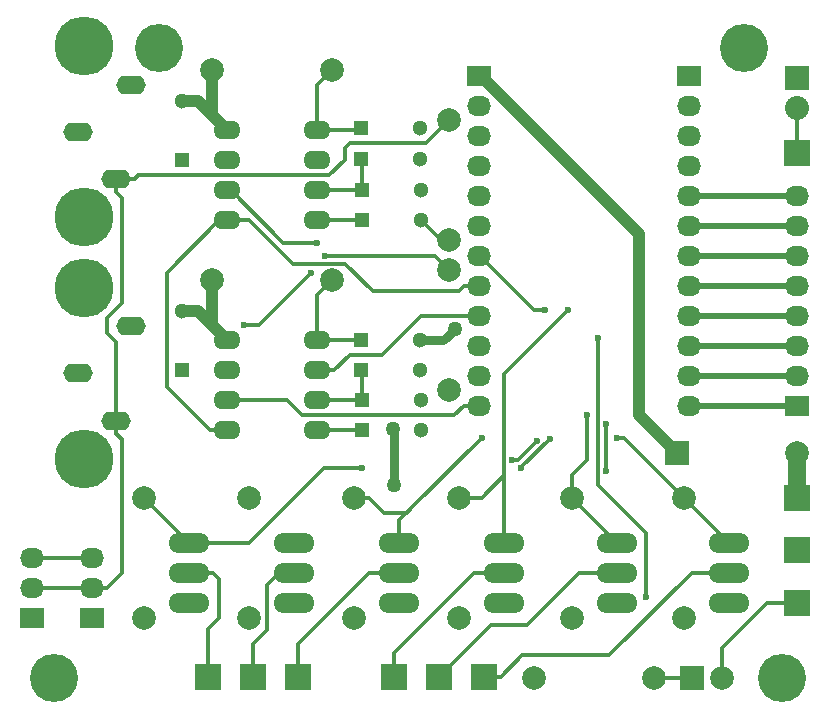
<source format=gtl>
G04 #@! TF.FileFunction,Copper,L1,Top,Mixed*
%FSLAX46Y46*%
G04 Gerber Fmt 4.6, Leading zero omitted, Abs format (unit mm)*
G04 Created by KiCad (PCBNEW 4.0.0-stable) date 12/21/2015 3:24:30 PM*
%MOMM*%
G01*
G04 APERTURE LIST*
%ADD10C,0.100000*%
%ADD11C,4.064000*%
%ADD12R,2.235200X2.235200*%
%ADD13R,2.032000X1.727200*%
%ADD14O,2.032000X1.727200*%
%ADD15R,1.300000X1.300000*%
%ADD16C,1.300000*%
%ADD17C,1.998980*%
%ADD18R,1.998980X1.998980*%
%ADD19R,2.032000X2.032000*%
%ADD20O,2.032000X2.032000*%
%ADD21O,2.300000X1.600000*%
%ADD22O,2.500000X1.600000*%
%ADD23O,5.000000X5.000000*%
%ADD24O,3.500120X1.699260*%
%ADD25R,2.000000X2.000000*%
%ADD26C,2.000000*%
%ADD27C,0.600000*%
%ADD28C,1.270000*%
%ADD29C,0.300000*%
%ADD30C,0.762000*%
%ADD31C,1.000000*%
%ADD32C,1.500000*%
%ADD33C,0.500000*%
%ADD34C,0.250000*%
G04 APERTURE END LIST*
D10*
D11*
X150495000Y-128270000D03*
X88900000Y-128270000D03*
D12*
X101911143Y-128163701D03*
D11*
X97790000Y-74930000D03*
D13*
X124894362Y-77305728D03*
D14*
X124894362Y-79845728D03*
X124894362Y-82385728D03*
X124894362Y-84925728D03*
X124894362Y-87465728D03*
X124894362Y-90005728D03*
X124894362Y-92545728D03*
X124894362Y-95085728D03*
X124894362Y-97625728D03*
X124894362Y-100165728D03*
X124894362Y-102705728D03*
X124894362Y-105245728D03*
D13*
X142674362Y-77305728D03*
D14*
X142674362Y-92545728D03*
X142674362Y-95085728D03*
X142674362Y-90005728D03*
X142674362Y-97625728D03*
X142674362Y-84925728D03*
X142674362Y-82385728D03*
X142674362Y-79845728D03*
X142674362Y-87465728D03*
X142674362Y-102705728D03*
X142674362Y-100165728D03*
X142674362Y-105245728D03*
D15*
X114935000Y-89535000D03*
D16*
X119935000Y-89535000D03*
D15*
X114935000Y-107315000D03*
D16*
X119935000Y-107315000D03*
D15*
X114905000Y-81735000D03*
D16*
X119905000Y-81735000D03*
D15*
X114905000Y-99695000D03*
D16*
X119905000Y-99695000D03*
D15*
X114935000Y-86931500D03*
D16*
X119935000Y-86931500D03*
D15*
X114935000Y-104775000D03*
D16*
X119935000Y-104775000D03*
D15*
X99695000Y-84455000D03*
D16*
X99695000Y-79455000D03*
D15*
X99695000Y-102235000D03*
D16*
X99695000Y-97235000D03*
D17*
X151765000Y-109220000D03*
D18*
X141605000Y-109220000D03*
D12*
X117663459Y-128195719D03*
X121473459Y-128195719D03*
X105721143Y-128163701D03*
X125283459Y-128195719D03*
X109531143Y-128163701D03*
D13*
X86995000Y-123190000D03*
D14*
X86995000Y-120650000D03*
X86995000Y-118110000D03*
D13*
X92075000Y-123190000D03*
D14*
X92075000Y-120650000D03*
X92075000Y-118110000D03*
D12*
X151765000Y-121920000D03*
X151765000Y-113030000D03*
X151765000Y-117475000D03*
X151765000Y-83820000D03*
D13*
X151765000Y-105245728D03*
D14*
X151765000Y-102705728D03*
X151765000Y-100165728D03*
X151765000Y-97625728D03*
X151765000Y-95085728D03*
X151765000Y-92545728D03*
X151765000Y-90005728D03*
X151765000Y-87465728D03*
D17*
X122305000Y-91215000D03*
X122305000Y-81055000D03*
X122305000Y-93735000D03*
X122305000Y-103895000D03*
X112395000Y-76835000D03*
X102235000Y-76835000D03*
X112395000Y-94615000D03*
X102235000Y-94615000D03*
X129540000Y-128270000D03*
X139700000Y-128270000D03*
X123190000Y-123190000D03*
X123190000Y-113030000D03*
X96520000Y-123190000D03*
X96520000Y-113030000D03*
X132715000Y-123190000D03*
X132715000Y-113030000D03*
X105410000Y-123190000D03*
X105410000Y-113030000D03*
X142240000Y-123190000D03*
X142240000Y-113030000D03*
X114300000Y-123190000D03*
X114300000Y-113030000D03*
D19*
X151765000Y-77470000D03*
D20*
X151765000Y-80010000D03*
D21*
X103505000Y-81915000D03*
X103505000Y-84455000D03*
X103505000Y-86995000D03*
X103505000Y-89535000D03*
X111125000Y-89535000D03*
X111125000Y-86995000D03*
X111125000Y-84455000D03*
X111125000Y-81915000D03*
X103505000Y-99695000D03*
X103505000Y-102235000D03*
X103505000Y-104775000D03*
X103505000Y-107315000D03*
X111125000Y-107315000D03*
X111125000Y-104775000D03*
X111125000Y-102235000D03*
X111125000Y-99695000D03*
D22*
X94143607Y-86035000D03*
X95393607Y-78035000D03*
D23*
X91393607Y-74785000D03*
X91393607Y-89285000D03*
D22*
X90893607Y-82035000D03*
X94143607Y-106482355D03*
X95393607Y-98482355D03*
D23*
X91393607Y-95232355D03*
X91393607Y-109732355D03*
D22*
X90893607Y-102482355D03*
D24*
X100330000Y-119380000D03*
X100330000Y-116840000D03*
X100330000Y-121920000D03*
X109220000Y-119380000D03*
X109220000Y-116840000D03*
X109220000Y-121920000D03*
X118110000Y-119380000D03*
X118110000Y-116840000D03*
X118110000Y-121920000D03*
X127000000Y-119380000D03*
X127000000Y-116840000D03*
X127000000Y-121920000D03*
X136525000Y-119380000D03*
X136525000Y-116840000D03*
X136525000Y-121920000D03*
X146050000Y-119380000D03*
X146050000Y-116840000D03*
X146050000Y-121920000D03*
D11*
X147320000Y-74930000D03*
D15*
X114905000Y-84335000D03*
D16*
X119905000Y-84335000D03*
D15*
X114905000Y-102235000D03*
D16*
X119905000Y-102235000D03*
D25*
X142875000Y-128270000D03*
D26*
X145415000Y-128270000D03*
D27*
X135572500Y-110744000D03*
X135572500Y-106743500D03*
D28*
X122805000Y-98735000D03*
X117605000Y-107235000D03*
X117705000Y-111935000D03*
D27*
X122305000Y-81055000D03*
X111800000Y-92549990D03*
X110600000Y-94000000D03*
X105000000Y-98400000D03*
X132410010Y-97155000D03*
X130884253Y-108024253D03*
X128450013Y-110490000D03*
X114935000Y-110490000D03*
X133985000Y-106045000D03*
X129789627Y-108199627D03*
X127650020Y-109839978D03*
X136525000Y-107950000D03*
X125095006Y-107950000D03*
X111125000Y-91424980D03*
X130460010Y-97155000D03*
X139000000Y-121400000D03*
X134900000Y-99500000D03*
D29*
X114935000Y-89535000D02*
X111125000Y-89535000D01*
X119935000Y-89535000D02*
X121615000Y-91215000D01*
X121615000Y-91215000D02*
X122305000Y-91215000D01*
X111125000Y-107315000D02*
X114935000Y-107315000D01*
X111125000Y-81915000D02*
X115015000Y-81915000D01*
X111125000Y-78105000D02*
X112395000Y-76835000D01*
X111125000Y-81915000D02*
X111125000Y-78105000D01*
X135572500Y-106743500D02*
X135572500Y-110744000D01*
D30*
X119905000Y-99695000D02*
X121845000Y-99695000D01*
X122170001Y-99369999D02*
X122805000Y-98735000D01*
X121845000Y-99695000D02*
X122170001Y-99369999D01*
X117705000Y-111935000D02*
X117705000Y-107335000D01*
X117705000Y-107335000D02*
X117605000Y-107235000D01*
D29*
X111125000Y-99695000D02*
X115015000Y-99695000D01*
X111125000Y-95885000D02*
X112395000Y-94615000D01*
X111125000Y-99695000D02*
X111125000Y-95885000D01*
X114935000Y-86995000D02*
X114935000Y-84365000D01*
X114935000Y-84365000D02*
X114905000Y-84335000D01*
X114935000Y-86995000D02*
X111125000Y-86995000D01*
D31*
X103855000Y-99695000D02*
X103505000Y-99695000D01*
X103855000Y-81915000D02*
X103505000Y-81915000D01*
X102235000Y-98425000D02*
X103505000Y-99695000D01*
X102235000Y-94615000D02*
X102235000Y-98425000D01*
X102235000Y-80645000D02*
X103505000Y-81915000D01*
X102235000Y-76835000D02*
X102235000Y-80645000D01*
X101045000Y-97235000D02*
X102235000Y-98425000D01*
X99695000Y-97235000D02*
X101045000Y-97235000D01*
X101045000Y-79455000D02*
X102235000Y-80645000D01*
X99695000Y-79455000D02*
X101045000Y-79455000D01*
X125046762Y-77305728D02*
X124894362Y-77305728D01*
X138430000Y-90688966D02*
X125046762Y-77305728D01*
X138430000Y-106045000D02*
X138430000Y-90688966D01*
X141605000Y-109220000D02*
X138430000Y-106045000D01*
D32*
X151765000Y-113030000D02*
X151765000Y-109220000D01*
D29*
X139700000Y-128270000D02*
X142875000Y-128270000D01*
X149225000Y-121920000D02*
X151765000Y-121920000D01*
X145415000Y-125730000D02*
X149225000Y-121920000D01*
X145415000Y-128270000D02*
X145415000Y-125730000D01*
X117663459Y-126176541D02*
X117663459Y-128195719D01*
X124460000Y-119380000D02*
X117663459Y-126176541D01*
X127000000Y-119380000D02*
X124460000Y-119380000D01*
X101911143Y-124148857D02*
X101911143Y-128163701D01*
X102870000Y-119869940D02*
X102870000Y-123190000D01*
X102380060Y-119380000D02*
X102870000Y-119869940D01*
X102870000Y-123190000D02*
X101911143Y-124148857D01*
X100330000Y-119380000D02*
X102380060Y-119380000D01*
X133350000Y-119380000D02*
X136525000Y-119380000D01*
X128905000Y-123825000D02*
X133350000Y-119380000D01*
X125844178Y-123825000D02*
X128905000Y-123825000D01*
X121473459Y-128195719D02*
X125844178Y-123825000D01*
X105721143Y-125418857D02*
X105721143Y-128163701D01*
X106934000Y-124206000D02*
X105721143Y-125418857D01*
X106934000Y-120396000D02*
X106934000Y-124206000D01*
X107950000Y-119380000D02*
X106934000Y-120396000D01*
X109220000Y-119380000D02*
X107950000Y-119380000D01*
X126701059Y-128195719D02*
X125283459Y-128195719D01*
X128531778Y-126365000D02*
X126701059Y-128195719D01*
X135890000Y-126365000D02*
X128531778Y-126365000D01*
X142875000Y-119380000D02*
X135890000Y-126365000D01*
X146050000Y-119380000D02*
X142875000Y-119380000D01*
X109531143Y-125418857D02*
X109531143Y-128163701D01*
X115570000Y-119380000D02*
X109531143Y-125418857D01*
X118110000Y-119380000D02*
X115570000Y-119380000D01*
X94143607Y-86035000D02*
X95693607Y-86035000D01*
X95693607Y-86035000D02*
X96028607Y-85700000D01*
X96028607Y-85700000D02*
X112200000Y-85700000D01*
X112200000Y-85700000D02*
X113500000Y-84400000D01*
X113500000Y-84400000D02*
X113500000Y-83400000D01*
X113500000Y-83400000D02*
X113900000Y-83000000D01*
X120360000Y-83000000D02*
X122305000Y-81055000D01*
X113900000Y-83000000D02*
X120360000Y-83000000D01*
X94143607Y-106482355D02*
X94143607Y-99858607D01*
X94615000Y-87606393D02*
X94143607Y-87135000D01*
X94143607Y-99858607D02*
X93345000Y-99060000D01*
X94615000Y-96520000D02*
X94615000Y-87606393D01*
X93345000Y-99060000D02*
X93345000Y-97790000D01*
X93345000Y-97790000D02*
X94615000Y-96520000D01*
X94143607Y-87135000D02*
X94143607Y-86035000D01*
X86995000Y-120650000D02*
X92075000Y-120650000D01*
X94615000Y-108053748D02*
X94143607Y-107582355D01*
X94615000Y-119426000D02*
X94615000Y-108053748D01*
X94143607Y-107582355D02*
X94143607Y-106482355D01*
X93391000Y-120650000D02*
X94615000Y-119426000D01*
X92075000Y-120650000D02*
X93391000Y-120650000D01*
X111800000Y-92549990D02*
X121119990Y-92549990D01*
X121119990Y-92549990D02*
X122305000Y-93735000D01*
X105000000Y-98400000D02*
X106200000Y-98400000D01*
X106200000Y-98400000D02*
X110600000Y-94000000D01*
X86995000Y-118110000D02*
X92075000Y-118110000D01*
X151765000Y-83820000D02*
X151765000Y-80010000D01*
D33*
X142674362Y-105245728D02*
X151765000Y-105245728D01*
X142674362Y-102705728D02*
X151765000Y-102705728D01*
X142674362Y-100165728D02*
X151765000Y-100165728D01*
X142674362Y-97625728D02*
X151765000Y-97625728D01*
X142674362Y-95085728D02*
X151765000Y-95085728D01*
X142674362Y-92545728D02*
X151765000Y-92545728D01*
X142674362Y-90005728D02*
X151765000Y-90005728D01*
X142674362Y-87465728D02*
X151765000Y-87465728D01*
D29*
X125096122Y-113030000D02*
X127000000Y-111126122D01*
X123190000Y-113030000D02*
X125096122Y-113030000D01*
X127000000Y-111126122D02*
X127000000Y-116840000D01*
X127000000Y-102565010D02*
X127000000Y-111126122D01*
X132410010Y-97155000D02*
X127000000Y-102565010D01*
X128450013Y-110458493D02*
X128450013Y-110490000D01*
X130884253Y-108024253D02*
X128450013Y-110458493D01*
X96520000Y-113030000D02*
X100330000Y-116840000D01*
X100330000Y-116840000D02*
X105410000Y-116840000D01*
X111760000Y-110490000D02*
X114935000Y-110490000D01*
X105410000Y-116840000D02*
X111760000Y-110490000D01*
X136525000Y-116840000D02*
X132715000Y-113030000D01*
X133985000Y-109855000D02*
X133985000Y-106045000D01*
X132715000Y-111125000D02*
X133985000Y-109855000D01*
X132715000Y-113030000D02*
X132715000Y-111125000D01*
X128149276Y-109839978D02*
X127650020Y-109839978D01*
X129789627Y-108199627D02*
X128149276Y-109839978D01*
X137160000Y-107950000D02*
X142240000Y-113030000D01*
X136525000Y-107950000D02*
X137160000Y-107950000D01*
X142240000Y-113030000D02*
X146050000Y-116840000D01*
X119134247Y-113910759D02*
X125095006Y-107950000D01*
X118110000Y-116840000D02*
X118110000Y-114935006D01*
X118110000Y-114935006D02*
X119134247Y-113910759D01*
X118745006Y-114300000D02*
X119134247Y-113910759D01*
X116840000Y-114300000D02*
X118745006Y-114300000D01*
X115570000Y-113030000D02*
X116840000Y-114300000D01*
X114300000Y-113030000D02*
X115570000Y-113030000D01*
X103505000Y-86995000D02*
X103855000Y-86995000D01*
X103855000Y-86995000D02*
X108284980Y-91424980D01*
X108284980Y-91424980D02*
X111125000Y-91424980D01*
X103505000Y-89535000D02*
X105410000Y-89535000D01*
X105410000Y-89535000D02*
X109075000Y-93200000D01*
X109075000Y-93200000D02*
X113520000Y-93200000D01*
X113520000Y-93200000D02*
X115855000Y-95535000D01*
X115855000Y-95535000D02*
X123129090Y-95535000D01*
X123129090Y-95535000D02*
X123578362Y-95085728D01*
X123578362Y-95085728D02*
X124894362Y-95085728D01*
X102870000Y-89535000D02*
X103505000Y-89535000D01*
X98425000Y-93980000D02*
X102870000Y-89535000D01*
X98425000Y-103685000D02*
X98425000Y-93980000D01*
X102055000Y-107315000D02*
X98425000Y-103685000D01*
X103505000Y-107315000D02*
X102055000Y-107315000D01*
X111125000Y-102235000D02*
X112575000Y-102235000D01*
X119914272Y-97625728D02*
X124894362Y-97625728D01*
X112575000Y-102235000D02*
X113905000Y-100905000D01*
X113905000Y-100905000D02*
X116635000Y-100905000D01*
X116635000Y-100905000D02*
X119914272Y-97625728D01*
X123578362Y-105245728D02*
X124894362Y-105245728D01*
X122779090Y-106045000D02*
X123578362Y-105245728D01*
X109855000Y-106045000D02*
X122779090Y-106045000D01*
X108585000Y-104775000D02*
X109855000Y-106045000D01*
X103505000Y-104775000D02*
X108585000Y-104775000D01*
D34*
X124930728Y-92545728D02*
X124894362Y-92545728D01*
D29*
X129540000Y-97155000D02*
X124930728Y-92545728D01*
X130460010Y-97155000D02*
X129540000Y-97155000D01*
X114935000Y-104775000D02*
X114935000Y-102165000D01*
X114935000Y-102165000D02*
X114905000Y-102135000D01*
X114935000Y-104775000D02*
X111125000Y-104775000D01*
X134900000Y-99500000D02*
X134900000Y-111900000D01*
X134900000Y-111900000D02*
X139000000Y-116000000D01*
X139000000Y-116000000D02*
X139000000Y-121400000D01*
M02*

</source>
